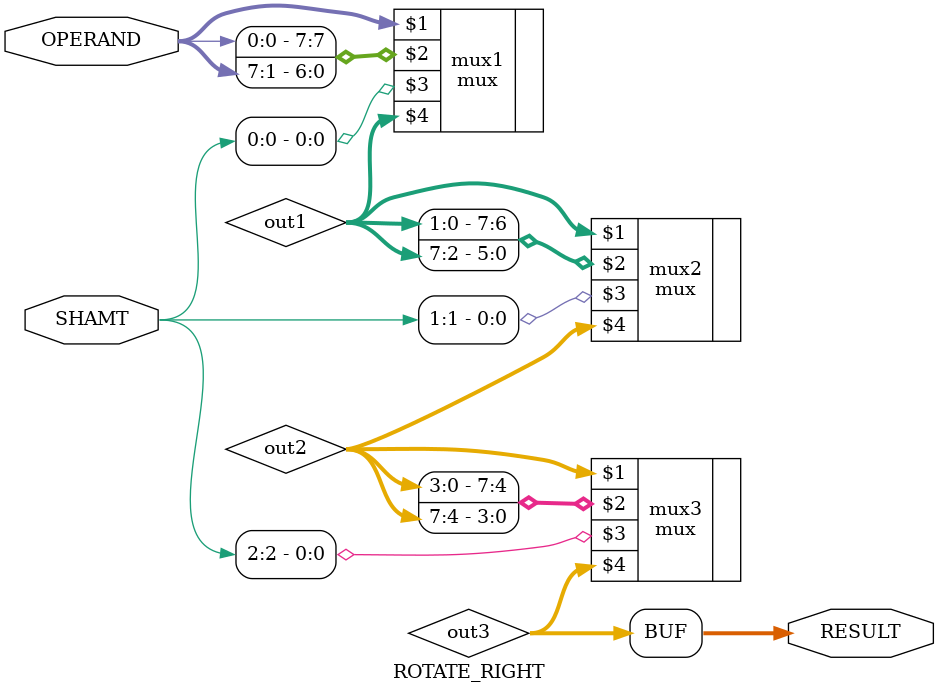
<source format=v>
/*
CO224 Computer Architecture
Lab 6 Part 2 alu
Group 32
*/
`timescale 1ns/100ps
`include "multiplier.v"
`include "mux.v"

// The alu module
module alu(DATA1, DATA2, RESULT, ZERO, SELECT);
    // port declaration
    input signed [7:0] DATA1, DATA2;
    input [2:0] SELECT;
    output reg signed [7:0] RESULT;
    output ZERO;

    // Wires to connect instances
    wire [7:0] FORWARD, ADD, AND, OR, MULT, SHIFT_LEFT, ARITHMATICRIGHT_SHIFT, ROTATE_RIGHT;

    // Instantiating modules
    FORWARD forward_unit(
        .DATA2(DATA2), 
        .RESULT(FORWARD)
    );

    ADD add_uni(
        .DATA1(DATA1),
        .DATA2(DATA2),
        .RESULT(ADD)
    );

    AND and_uni(
        .DATA1(DATA1), 
        .DATA2(DATA2), 
        .RESULT(AND)
    );

    OR or_uni(
        .DATA1(DATA1), 
        .DATA2(DATA2), 
        .RESULT(OR)
    );
    
    MULT mult_uni(
        .DATA1(DATA1), 
        .DATA2(DATA2), 
        .RESULT(MULT)
    );

    SHIFT_LEFT shiftLeft_uni(
        .OPERAND(DATA1), 
        .SHAMT(DATA2), 
        .RESULT (SHIFT_LEFT)
    );

    ARITHMATICRIGHT_SHIFT arithShiftRight_uni(
        .OPERAND(DATA1), 
        .SHAMT(DATA2), 
        .RESULT(ARITHMATICRIGHT_SHIFT)
    ); 

    ROTATE_RIGHT rotateRight_uni(
        .OPERAND(DATA1), 
        .SHAMT(DATA2), 
        .RESULT(ROTATE_RIGHT)
    ); 


    // Selecting the modules
    always @* begin
        case(SELECT)
            3'b000: RESULT <= FORWARD;
            3'b001: RESULT <= ADD;
            3'b010: RESULT <= AND;
            3'b011: RESULT <= OR;
            3'b100: RESULT <= MULT;
            3'b101: RESULT <= SHIFT_LEFT;
            3'b110: RESULT <= ARITHMATICRIGHT_SHIFT;
            3'b111: RESULT <= ROTATE_RIGHT;
        endcase
    end
    // generating ZERO output
    assign ZERO = (RESULT == 8'b00000000);
endmodule


//Seperate modules for functional units
// forward module
module FORWARD(DATA2, RESULT);
    // port declaration
    input [7:0] DATA2;
    output reg [7:0] RESULT;


    // forward operation
    always @* begin
        #1 // Unit's delay
        RESULT = DATA2;
    end
endmodule

// add module
module ADD(DATA1, DATA2, RESULT);
    // port declaration
    input [7:0] DATA1, DATA2;
    output reg [7:0] RESULT;


    // add operation
    always @* begin
        #2 // Unit's delay
        RESULT = DATA1 + DATA2;
    end
endmodule

// and module
module AND(DATA1, DATA2, RESULT);
    // port declaration
    input [7:0] DATA1, DATA2;
    output reg [7:0] RESULT;


    // and operation
    always @* begin
        #1 // Unit's delay
        RESULT = DATA1 & DATA2;
    end
endmodule

// or module
module OR(DATA1, DATA2, RESULT);
    // port declaration
    input [7:0] DATA1, DATA2;
    output reg [7:0] RESULT;


    // or operation
    always @* begin
        #1 // Unit's delay
        RESULT = DATA1 | DATA2;
    end
endmodule


module SHIFT_LEFT(OPERAND, SHAMT, RESULT);
    // port declaration
    input [7:0] OPERAND, SHAMT;
    output reg signed [7:0] RESULT;

    wire [7:0] out1, out2, out3; //Intermediate wires to hold the values after each stage of shifting

    mux mux1(OPERAND, {OPERAND[6:0], 1'b0}, SHAMT[0], out1);
    mux mux2(out1, {OPERAND[5:0], 2'b0}, SHAMT[1], out2);
    mux mux3(out2, {OPERAND[3:0], 4'b0}, SHAMT[2], out3);

    always @(*) begin
        // Unit's delay
        #1 RESULT = out3;
    end
endmodule


module ARITHMATICRIGHT_SHIFT(OPERAND, SHAMT, RESULT);
    // Port declaration
    input signed [7:0] OPERAND, SHAMT;
    output reg signed [7:0] RESULT;

    wire signed [7:0] out1, out2, out3; //Intermediate wires to hold the values after each stage of shifting

    // Arithmetic right shift operations
    mux mux1(OPERAND, {OPERAND[7], OPERAND[7:1]}, SHAMT[0], out1);
    mux mux2(out1, {{2{out1[7]}}, out1[7:2]}, SHAMT[1], out2);
    mux mux3(out2, {{4{out2[7]}}, out2[7:4]}, SHAMT[2], out3);

    always @(*) begin
        // Unit's delay
        #1 RESULT = out3;
    end
endmodule


module ROTATE_RIGHT(OPERAND, SHAMT, RESULT);
    // Port declaration
    input signed [7:0] OPERAND, SHAMT;
    output reg signed[7:0] RESULT;

    wire signed[7:0] out1, out2, out3; //Intermediate wires to hold the values after each stage of rotating

    // Right rotation operations
    mux mux1(OPERAND, {OPERAND[0], OPERAND[7:1]}, SHAMT[0], out1);
    mux mux2(out1, {out1[1:0], out1[7:2]}, SHAMT[1], out2);
    mux mux3(out2, {out2[3:0], out2[7:4]}, SHAMT[2], out3);

    always @(*) begin
        // Unit's delay
        #1 RESULT = out3;
    end
endmodule


/*
//Using for loops
// multiplication module
module MULT(DATA1, DATA2, RESULT);
    // port declaration
    input signed [7:0] DATA1, DATA2;
    output signed [7:0] RESULT;

    //using a stack of adders to fint the mult result
    reg [2:0] CARRY; 
    reg [3:0] SUM; 
    integer i, j; 
    
    reg [7:0] KEEPRESULT; 
    always @(DATA1, DATA2) begin
        SUM  = 0;
        CARRY = 0;
        for (i = 0; i < 8; i += 1) begin
            SUM = {1'b0, CARRY};
            for (j = 0; j < i + 1; j += 1) begin
                SUM += DATA1[i-j] & DATA2[j];
            end
            KEEPRESULT[i] = SUM[0];
            CARRY = SUM[3:1];
        end
    end

    assign #3 RESULT = KEEPRESULT;
endmodule



// shiftleft module
module SHIFTLEFT(OPERAND, SHAMT, RESULT);
    // port declaration
    input [7:0] OPERAND, SHAMT;
    output reg [7:0] RESULT;

    //shifting
    integer  i;
    always @(OPERAND, SHAMT) begin
        #1
        RESULT = OPERAND;
        for (i = 0; i < SHAMT; i++)
            RESULT = {RESULT[6:0], 1'b0};
    end
endmodule


// shifright module
module SHIFTRIGHT(OPERAND, SHAMT, RESULT);
    // port declaration
    input [7:0] OPERAND, SHAMT;
    output reg [7:0] RESULT;

    //shifting
    integer  i;
    always @(OPERAND, SHAMT) begin
        #1
        RESULT = OPERAND;
        for (i = 0; i < SHAMT; i++)
            RESULT = {1'b0, RESULT[7:1], };
    end
endmodule


// arithmatic_shiftRight module
module ARITHMATIC_SHIFTRIGHT(OPERAND, SHAMT, RESULT);
    // port declaration
    input [7:0] OPERAND, SHAMT;
    output reg [7:0] RESULT;

    //shifting
    integer  i;
    always @(OPERAND, SHAMT) begin
        #1
        RESULT = OPERAND;
        for (i = 0; i < SHAMT; i++)
            RESULT = { RESULT[7], RESULT[7:1]};
    end
endmodule

// rotateRight module
module ROTATE_RIGHT(OPERAND, SHAMT, RESULT);
    // port declaration
    input [7:0] OPERAND, SHAMT;
    output reg [7:0] RESULT;

    //shifting
    integer  i;
    always @(OPERAND, SHAMT) begin
        #1
        RESULT = OPERAND;
        for (i = 0; i < SHAMT; i++)
            RESULT = { RESULT[0], RESULT[7:1]};
    end
endmodule
*/



</source>
